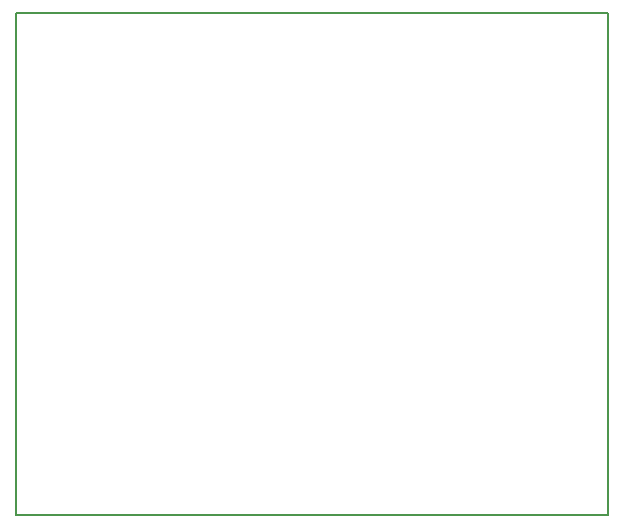
<source format=gbr>
G04 #@! TF.FileFunction,Profile,NP*
%FSLAX46Y46*%
G04 Gerber Fmt 4.6, Leading zero omitted, Abs format (unit mm)*
G04 Created by KiCad (PCBNEW 4.0.5) date 2017 January 02, Monday 13:47:43*
%MOMM*%
%LPD*%
G01*
G04 APERTURE LIST*
%ADD10C,0.100000*%
%ADD11C,0.150000*%
G04 APERTURE END LIST*
D10*
D11*
X110490000Y-82550000D02*
X160655000Y-82550000D01*
X160655000Y-125095000D02*
X160655000Y-82550000D01*
X110490000Y-125095000D02*
X160655000Y-125095000D01*
X110490000Y-82550000D02*
X110490000Y-125095000D01*
M02*

</source>
